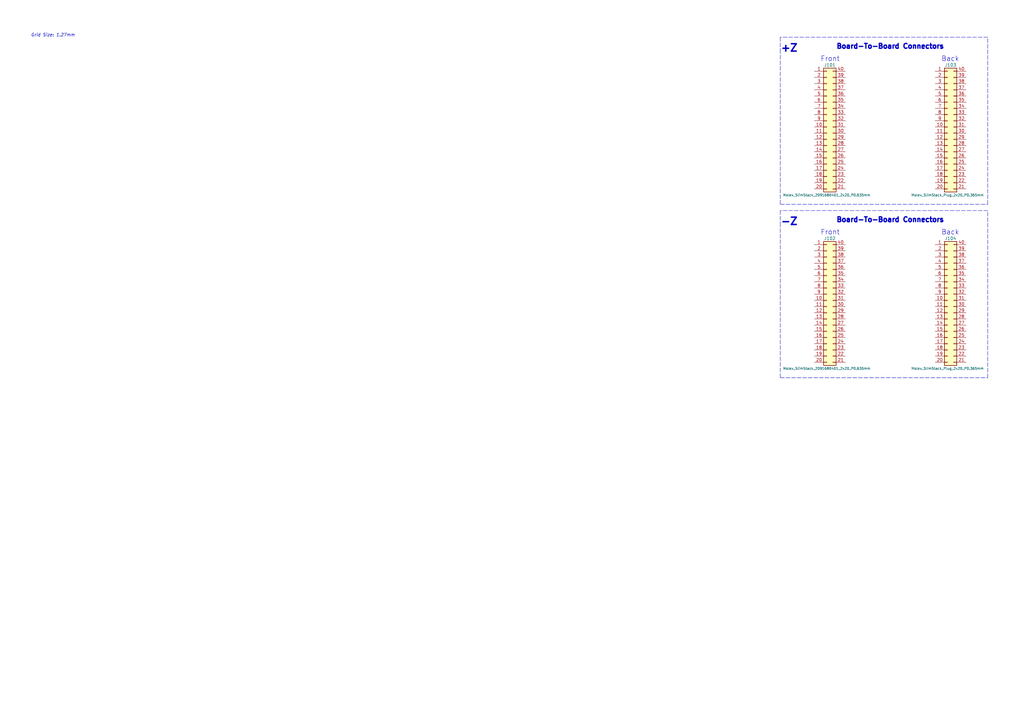
<source format=kicad_sch>
(kicad_sch (version 20211123) (generator eeschema)

  (uuid e63e39d7-6ac0-4ffd-8aa3-1841a4541b55)

  (paper "A3")

  (title_block
    (title "TARS MK4 Template")
    (rev "4.0")
    (company "Illinois Space Society")
    (comment 4 "Contributors: Peter Giannetos,")
  )

  (lib_symbols
    (symbol "Connector_Generic:Conn_02x20_Counter_Clockwise" (pin_names (offset 1.016) hide) (in_bom yes) (on_board yes)
      (property "Reference" "J" (id 0) (at 1.27 25.4 0)
        (effects (font (size 1.27 1.27)))
      )
      (property "Value" "Conn_02x20_Counter_Clockwise" (id 1) (at 1.27 -27.94 0)
        (effects (font (size 1.27 1.27)))
      )
      (property "Footprint" "" (id 2) (at 0 0 0)
        (effects (font (size 1.27 1.27)) hide)
      )
      (property "Datasheet" "~" (id 3) (at 0 0 0)
        (effects (font (size 1.27 1.27)) hide)
      )
      (property "ki_keywords" "connector" (id 4) (at 0 0 0)
        (effects (font (size 1.27 1.27)) hide)
      )
      (property "ki_description" "Generic connector, double row, 02x20, counter clockwise pin numbering scheme (similar to DIP packge numbering), script generated (kicad-library-utils/schlib/autogen/connector/)" (id 5) (at 0 0 0)
        (effects (font (size 1.27 1.27)) hide)
      )
      (property "ki_fp_filters" "Connector*:*_2x??_*" (id 6) (at 0 0 0)
        (effects (font (size 1.27 1.27)) hide)
      )
      (symbol "Conn_02x20_Counter_Clockwise_1_1"
        (rectangle (start -1.27 -25.273) (end 0 -25.527)
          (stroke (width 0.1524) (type default) (color 0 0 0 0))
          (fill (type none))
        )
        (rectangle (start -1.27 -22.733) (end 0 -22.987)
          (stroke (width 0.1524) (type default) (color 0 0 0 0))
          (fill (type none))
        )
        (rectangle (start -1.27 -20.193) (end 0 -20.447)
          (stroke (width 0.1524) (type default) (color 0 0 0 0))
          (fill (type none))
        )
        (rectangle (start -1.27 -17.653) (end 0 -17.907)
          (stroke (width 0.1524) (type default) (color 0 0 0 0))
          (fill (type none))
        )
        (rectangle (start -1.27 -15.113) (end 0 -15.367)
          (stroke (width 0.1524) (type default) (color 0 0 0 0))
          (fill (type none))
        )
        (rectangle (start -1.27 -12.573) (end 0 -12.827)
          (stroke (width 0.1524) (type default) (color 0 0 0 0))
          (fill (type none))
        )
        (rectangle (start -1.27 -10.033) (end 0 -10.287)
          (stroke (width 0.1524) (type default) (color 0 0 0 0))
          (fill (type none))
        )
        (rectangle (start -1.27 -7.493) (end 0 -7.747)
          (stroke (width 0.1524) (type default) (color 0 0 0 0))
          (fill (type none))
        )
        (rectangle (start -1.27 -4.953) (end 0 -5.207)
          (stroke (width 0.1524) (type default) (color 0 0 0 0))
          (fill (type none))
        )
        (rectangle (start -1.27 -2.413) (end 0 -2.667)
          (stroke (width 0.1524) (type default) (color 0 0 0 0))
          (fill (type none))
        )
        (rectangle (start -1.27 0.127) (end 0 -0.127)
          (stroke (width 0.1524) (type default) (color 0 0 0 0))
          (fill (type none))
        )
        (rectangle (start -1.27 2.667) (end 0 2.413)
          (stroke (width 0.1524) (type default) (color 0 0 0 0))
          (fill (type none))
        )
        (rectangle (start -1.27 5.207) (end 0 4.953)
          (stroke (width 0.1524) (type default) (color 0 0 0 0))
          (fill (type none))
        )
        (rectangle (start -1.27 7.747) (end 0 7.493)
          (stroke (width 0.1524) (type default) (color 0 0 0 0))
          (fill (type none))
        )
        (rectangle (start -1.27 10.287) (end 0 10.033)
          (stroke (width 0.1524) (type default) (color 0 0 0 0))
          (fill (type none))
        )
        (rectangle (start -1.27 12.827) (end 0 12.573)
          (stroke (width 0.1524) (type default) (color 0 0 0 0))
          (fill (type none))
        )
        (rectangle (start -1.27 15.367) (end 0 15.113)
          (stroke (width 0.1524) (type default) (color 0 0 0 0))
          (fill (type none))
        )
        (rectangle (start -1.27 17.907) (end 0 17.653)
          (stroke (width 0.1524) (type default) (color 0 0 0 0))
          (fill (type none))
        )
        (rectangle (start -1.27 20.447) (end 0 20.193)
          (stroke (width 0.1524) (type default) (color 0 0 0 0))
          (fill (type none))
        )
        (rectangle (start -1.27 22.987) (end 0 22.733)
          (stroke (width 0.1524) (type default) (color 0 0 0 0))
          (fill (type none))
        )
        (rectangle (start -1.27 24.13) (end 3.81 -26.67)
          (stroke (width 0.254) (type default) (color 0 0 0 0))
          (fill (type background))
        )
        (rectangle (start 3.81 -25.273) (end 2.54 -25.527)
          (stroke (width 0.1524) (type default) (color 0 0 0 0))
          (fill (type none))
        )
        (rectangle (start 3.81 -22.733) (end 2.54 -22.987)
          (stroke (width 0.1524) (type default) (color 0 0 0 0))
          (fill (type none))
        )
        (rectangle (start 3.81 -20.193) (end 2.54 -20.447)
          (stroke (width 0.1524) (type default) (color 0 0 0 0))
          (fill (type none))
        )
        (rectangle (start 3.81 -17.653) (end 2.54 -17.907)
          (stroke (width 0.1524) (type default) (color 0 0 0 0))
          (fill (type none))
        )
        (rectangle (start 3.81 -15.113) (end 2.54 -15.367)
          (stroke (width 0.1524) (type default) (color 0 0 0 0))
          (fill (type none))
        )
        (rectangle (start 3.81 -12.573) (end 2.54 -12.827)
          (stroke (width 0.1524) (type default) (color 0 0 0 0))
          (fill (type none))
        )
        (rectangle (start 3.81 -10.033) (end 2.54 -10.287)
          (stroke (width 0.1524) (type default) (color 0 0 0 0))
          (fill (type none))
        )
        (rectangle (start 3.81 -7.493) (end 2.54 -7.747)
          (stroke (width 0.1524) (type default) (color 0 0 0 0))
          (fill (type none))
        )
        (rectangle (start 3.81 -4.953) (end 2.54 -5.207)
          (stroke (width 0.1524) (type default) (color 0 0 0 0))
          (fill (type none))
        )
        (rectangle (start 3.81 -2.413) (end 2.54 -2.667)
          (stroke (width 0.1524) (type default) (color 0 0 0 0))
          (fill (type none))
        )
        (rectangle (start 3.81 0.127) (end 2.54 -0.127)
          (stroke (width 0.1524) (type default) (color 0 0 0 0))
          (fill (type none))
        )
        (rectangle (start 3.81 2.667) (end 2.54 2.413)
          (stroke (width 0.1524) (type default) (color 0 0 0 0))
          (fill (type none))
        )
        (rectangle (start 3.81 5.207) (end 2.54 4.953)
          (stroke (width 0.1524) (type default) (color 0 0 0 0))
          (fill (type none))
        )
        (rectangle (start 3.81 7.747) (end 2.54 7.493)
          (stroke (width 0.1524) (type default) (color 0 0 0 0))
          (fill (type none))
        )
        (rectangle (start 3.81 10.287) (end 2.54 10.033)
          (stroke (width 0.1524) (type default) (color 0 0 0 0))
          (fill (type none))
        )
        (rectangle (start 3.81 12.827) (end 2.54 12.573)
          (stroke (width 0.1524) (type default) (color 0 0 0 0))
          (fill (type none))
        )
        (rectangle (start 3.81 15.367) (end 2.54 15.113)
          (stroke (width 0.1524) (type default) (color 0 0 0 0))
          (fill (type none))
        )
        (rectangle (start 3.81 17.907) (end 2.54 17.653)
          (stroke (width 0.1524) (type default) (color 0 0 0 0))
          (fill (type none))
        )
        (rectangle (start 3.81 20.447) (end 2.54 20.193)
          (stroke (width 0.1524) (type default) (color 0 0 0 0))
          (fill (type none))
        )
        (rectangle (start 3.81 22.987) (end 2.54 22.733)
          (stroke (width 0.1524) (type default) (color 0 0 0 0))
          (fill (type none))
        )
        (pin passive line (at -5.08 22.86 0) (length 3.81)
          (name "Pin_1" (effects (font (size 1.27 1.27))))
          (number "1" (effects (font (size 1.27 1.27))))
        )
        (pin passive line (at -5.08 0 0) (length 3.81)
          (name "Pin_10" (effects (font (size 1.27 1.27))))
          (number "10" (effects (font (size 1.27 1.27))))
        )
        (pin passive line (at -5.08 -2.54 0) (length 3.81)
          (name "Pin_11" (effects (font (size 1.27 1.27))))
          (number "11" (effects (font (size 1.27 1.27))))
        )
        (pin passive line (at -5.08 -5.08 0) (length 3.81)
          (name "Pin_12" (effects (font (size 1.27 1.27))))
          (number "12" (effects (font (size 1.27 1.27))))
        )
        (pin passive line (at -5.08 -7.62 0) (length 3.81)
          (name "Pin_13" (effects (font (size 1.27 1.27))))
          (number "13" (effects (font (size 1.27 1.27))))
        )
        (pin passive line (at -5.08 -10.16 0) (length 3.81)
          (name "Pin_14" (effects (font (size 1.27 1.27))))
          (number "14" (effects (font (size 1.27 1.27))))
        )
        (pin passive line (at -5.08 -12.7 0) (length 3.81)
          (name "Pin_15" (effects (font (size 1.27 1.27))))
          (number "15" (effects (font (size 1.27 1.27))))
        )
        (pin passive line (at -5.08 -15.24 0) (length 3.81)
          (name "Pin_16" (effects (font (size 1.27 1.27))))
          (number "16" (effects (font (size 1.27 1.27))))
        )
        (pin passive line (at -5.08 -17.78 0) (length 3.81)
          (name "Pin_17" (effects (font (size 1.27 1.27))))
          (number "17" (effects (font (size 1.27 1.27))))
        )
        (pin passive line (at -5.08 -20.32 0) (length 3.81)
          (name "Pin_18" (effects (font (size 1.27 1.27))))
          (number "18" (effects (font (size 1.27 1.27))))
        )
        (pin passive line (at -5.08 -22.86 0) (length 3.81)
          (name "Pin_19" (effects (font (size 1.27 1.27))))
          (number "19" (effects (font (size 1.27 1.27))))
        )
        (pin passive line (at -5.08 20.32 0) (length 3.81)
          (name "Pin_2" (effects (font (size 1.27 1.27))))
          (number "2" (effects (font (size 1.27 1.27))))
        )
        (pin passive line (at -5.08 -25.4 0) (length 3.81)
          (name "Pin_20" (effects (font (size 1.27 1.27))))
          (number "20" (effects (font (size 1.27 1.27))))
        )
        (pin passive line (at 7.62 -25.4 180) (length 3.81)
          (name "Pin_21" (effects (font (size 1.27 1.27))))
          (number "21" (effects (font (size 1.27 1.27))))
        )
        (pin passive line (at 7.62 -22.86 180) (length 3.81)
          (name "Pin_22" (effects (font (size 1.27 1.27))))
          (number "22" (effects (font (size 1.27 1.27))))
        )
        (pin passive line (at 7.62 -20.32 180) (length 3.81)
          (name "Pin_23" (effects (font (size 1.27 1.27))))
          (number "23" (effects (font (size 1.27 1.27))))
        )
        (pin passive line (at 7.62 -17.78 180) (length 3.81)
          (name "Pin_24" (effects (font (size 1.27 1.27))))
          (number "24" (effects (font (size 1.27 1.27))))
        )
        (pin passive line (at 7.62 -15.24 180) (length 3.81)
          (name "Pin_25" (effects (font (size 1.27 1.27))))
          (number "25" (effects (font (size 1.27 1.27))))
        )
        (pin passive line (at 7.62 -12.7 180) (length 3.81)
          (name "Pin_26" (effects (font (size 1.27 1.27))))
          (number "26" (effects (font (size 1.27 1.27))))
        )
        (pin passive line (at 7.62 -10.16 180) (length 3.81)
          (name "Pin_27" (effects (font (size 1.27 1.27))))
          (number "27" (effects (font (size 1.27 1.27))))
        )
        (pin passive line (at 7.62 -7.62 180) (length 3.81)
          (name "Pin_28" (effects (font (size 1.27 1.27))))
          (number "28" (effects (font (size 1.27 1.27))))
        )
        (pin passive line (at 7.62 -5.08 180) (length 3.81)
          (name "Pin_29" (effects (font (size 1.27 1.27))))
          (number "29" (effects (font (size 1.27 1.27))))
        )
        (pin passive line (at -5.08 17.78 0) (length 3.81)
          (name "Pin_3" (effects (font (size 1.27 1.27))))
          (number "3" (effects (font (size 1.27 1.27))))
        )
        (pin passive line (at 7.62 -2.54 180) (length 3.81)
          (name "Pin_30" (effects (font (size 1.27 1.27))))
          (number "30" (effects (font (size 1.27 1.27))))
        )
        (pin passive line (at 7.62 0 180) (length 3.81)
          (name "Pin_31" (effects (font (size 1.27 1.27))))
          (number "31" (effects (font (size 1.27 1.27))))
        )
        (pin passive line (at 7.62 2.54 180) (length 3.81)
          (name "Pin_32" (effects (font (size 1.27 1.27))))
          (number "32" (effects (font (size 1.27 1.27))))
        )
        (pin passive line (at 7.62 5.08 180) (length 3.81)
          (name "Pin_33" (effects (font (size 1.27 1.27))))
          (number "33" (effects (font (size 1.27 1.27))))
        )
        (pin passive line (at 7.62 7.62 180) (length 3.81)
          (name "Pin_34" (effects (font (size 1.27 1.27))))
          (number "34" (effects (font (size 1.27 1.27))))
        )
        (pin passive line (at 7.62 10.16 180) (length 3.81)
          (name "Pin_35" (effects (font (size 1.27 1.27))))
          (number "35" (effects (font (size 1.27 1.27))))
        )
        (pin passive line (at 7.62 12.7 180) (length 3.81)
          (name "Pin_36" (effects (font (size 1.27 1.27))))
          (number "36" (effects (font (size 1.27 1.27))))
        )
        (pin passive line (at 7.62 15.24 180) (length 3.81)
          (name "Pin_37" (effects (font (size 1.27 1.27))))
          (number "37" (effects (font (size 1.27 1.27))))
        )
        (pin passive line (at 7.62 17.78 180) (length 3.81)
          (name "Pin_38" (effects (font (size 1.27 1.27))))
          (number "38" (effects (font (size 1.27 1.27))))
        )
        (pin passive line (at 7.62 20.32 180) (length 3.81)
          (name "Pin_39" (effects (font (size 1.27 1.27))))
          (number "39" (effects (font (size 1.27 1.27))))
        )
        (pin passive line (at -5.08 15.24 0) (length 3.81)
          (name "Pin_4" (effects (font (size 1.27 1.27))))
          (number "4" (effects (font (size 1.27 1.27))))
        )
        (pin passive line (at 7.62 22.86 180) (length 3.81)
          (name "Pin_40" (effects (font (size 1.27 1.27))))
          (number "40" (effects (font (size 1.27 1.27))))
        )
        (pin passive line (at -5.08 12.7 0) (length 3.81)
          (name "Pin_5" (effects (font (size 1.27 1.27))))
          (number "5" (effects (font (size 1.27 1.27))))
        )
        (pin passive line (at -5.08 10.16 0) (length 3.81)
          (name "Pin_6" (effects (font (size 1.27 1.27))))
          (number "6" (effects (font (size 1.27 1.27))))
        )
        (pin passive line (at -5.08 7.62 0) (length 3.81)
          (name "Pin_7" (effects (font (size 1.27 1.27))))
          (number "7" (effects (font (size 1.27 1.27))))
        )
        (pin passive line (at -5.08 5.08 0) (length 3.81)
          (name "Pin_8" (effects (font (size 1.27 1.27))))
          (number "8" (effects (font (size 1.27 1.27))))
        )
        (pin passive line (at -5.08 2.54 0) (length 3.81)
          (name "Pin_9" (effects (font (size 1.27 1.27))))
          (number "9" (effects (font (size 1.27 1.27))))
        )
      )
    )
  )


  (polyline (pts (xy 320.04 15.24) (xy 320.04 20.32))
    (stroke (width 0) (type default) (color 0 0 0 0))
    (uuid 0cfed060-6482-47b4-a315-aaf726fdac3d)
  )
  (polyline (pts (xy 405.13 154.94) (xy 405.13 86.36))
    (stroke (width 0) (type default) (color 0 0 0 0))
    (uuid 12e38bdd-7d5e-489e-a3c0-12fc6b2f1ebc)
  )
  (polyline (pts (xy 320.04 91.44) (xy 320.04 154.94))
    (stroke (width 0) (type default) (color 0 0 0 0))
    (uuid 2f874887-6599-4ab7-bc7c-c657b6a9e6de)
  )
  (polyline (pts (xy 320.04 86.36) (xy 320.04 91.44))
    (stroke (width 0) (type default) (color 0 0 0 0))
    (uuid 3635a4c0-d3f1-4ca0-b698-088efcde361c)
  )
  (polyline (pts (xy 405.13 15.24) (xy 320.04 15.24))
    (stroke (width 0) (type default) (color 0 0 0 0))
    (uuid 36d53da4-8f13-4e6f-aa47-826a1379fabd)
  )
  (polyline (pts (xy 405.13 83.82) (xy 405.13 15.24))
    (stroke (width 0) (type default) (color 0 0 0 0))
    (uuid 3adf8767-f851-4ce1-8d6b-62df24a82ddc)
  )
  (polyline (pts (xy 405.13 86.36) (xy 320.04 86.36))
    (stroke (width 0) (type default) (color 0 0 0 0))
    (uuid 40420bb3-6cba-44a8-a995-35afb14ffa0e)
  )
  (polyline (pts (xy 320.04 154.94) (xy 405.13 154.94))
    (stroke (width 0) (type default) (color 0 0 0 0))
    (uuid 83b1c8f0-619b-41c1-ba2f-73829597639b)
  )
  (polyline (pts (xy 320.04 20.32) (xy 320.04 83.82))
    (stroke (width 0) (type default) (color 0 0 0 0))
    (uuid b6b3ea5b-8ea4-4d67-bfe5-4bd06b2f0d8a)
  )
  (polyline (pts (xy 320.04 83.82) (xy 405.13 83.82))
    (stroke (width 0) (type default) (color 0 0 0 0))
    (uuid df814ca7-150b-44a9-9baa-9bedbc5bad4a)
  )

  (text "Back" (at 386.08 25.4 0)
    (effects (font (size 2 2)) (justify left bottom))
    (uuid 18902c9b-43e9-4d19-8c23-7b40f85e6ffc)
  )
  (text "Front" (at 336.55 96.52 0)
    (effects (font (size 2 2)) (justify left bottom))
    (uuid 1b98e218-20e6-4251-8265-4f18a4767a6d)
  )
  (text "Front" (at 336.55 25.4 0)
    (effects (font (size 2 2)) (justify left bottom))
    (uuid 2a4fa60b-242a-46cd-b993-50231641045d)
  )
  (text "Grid Size: 1.27mm" (at 12.7 15.24 0)
    (effects (font (size 1.27 1.27) italic) (justify left bottom))
    (uuid 3a1583a8-cffb-49fa-8aec-62ab6db1d891)
  )
  (text "Board-To-Board Connectors" (at 342.9 91.44 0)
    (effects (font (size 2 2) (thickness 0.6) bold) (justify left bottom))
    (uuid 6ec62536-992f-430b-a686-fa2c1c1d0df3)
  )
  (text "+Z" (at 320.04 21.59 0)
    (effects (font (size 3 3) (thickness 0.6) bold) (justify left bottom))
    (uuid 993ce686-65a6-48b6-9e5b-49ebe15725a9)
  )
  (text "-Z" (at 320.04 92.71 0)
    (effects (font (size 3 3) (thickness 0.6) bold) (justify left bottom))
    (uuid a30daae7-7afe-407f-918f-dce9549a9f7b)
  )
  (text "Board-To-Board Connectors" (at 342.9 20.32 0)
    (effects (font (size 2 2) (thickness 0.6) bold) (justify left bottom))
    (uuid b4147960-c3a6-40dd-b277-c34cf2eaaf8f)
  )
  (text "Back" (at 386.08 96.52 0)
    (effects (font (size 2 2)) (justify left bottom))
    (uuid c3d6ad9f-cc9e-4d49-85a8-350963bfb7fc)
  )

  (symbol (lib_id "Connector_Generic:Conn_02x20_Counter_Clockwise") (at 339.09 123.19 0) (unit 1)
    (in_bom yes) (on_board yes)
    (uuid 1ee6f78d-1766-436a-b090-8cb43dd1098b)
    (property "Reference" "J102" (id 0) (at 340.36 97.79 0))
    (property "Value" "Molex_SlimStack_2091680401_2x20_P0.635mm" (id 1) (at 339.09 151.13 0)
      (effects (font (size 1 1)))
    )
    (property "Footprint" "" (id 2) (at 339.09 123.19 0)
      (effects (font (size 1.27 1.27)) hide)
    )
    (property "Datasheet" "https://www.molex.com/webdocs/datasheets/pdf/en-us/2091680401_PCB_RECEPTACLES.pdf" (id 3) (at 339.09 123.19 0)
      (effects (font (size 1.27 1.27)) hide)
    )
    (pin "1" (uuid 12343bf6-3385-4247-857b-34e30066838f))
    (pin "10" (uuid b03f7d1d-3465-4ae3-8445-8ca1fa6d3d0a))
    (pin "11" (uuid 89f3d55b-b758-4299-91bd-46ca9e915517))
    (pin "12" (uuid c13d6ef2-b2e0-4569-b31c-542a97470879))
    (pin "13" (uuid bd5adf77-acaf-4f80-9c97-26a3f93d6925))
    (pin "14" (uuid cda51170-7a58-4a3b-8284-3e801374e939))
    (pin "15" (uuid fbe51953-a661-4253-b343-75c549a50817))
    (pin "16" (uuid 5c2d9a86-40d0-43a7-a065-b3cb4bcc80af))
    (pin "17" (uuid 01ce9358-bdd0-4985-a1b7-cb326324b8ab))
    (pin "18" (uuid b7144845-35f4-4df3-9b5d-7eedba979479))
    (pin "19" (uuid 6d6df775-4ba6-4706-8cd0-91175809d0ac))
    (pin "2" (uuid 49270af2-9c6a-419a-bfc2-354037c212f1))
    (pin "20" (uuid cf088c5b-c9b5-4120-8586-da1a505d2d83))
    (pin "21" (uuid 737694a1-e1da-4724-8b51-cfe0192d5d62))
    (pin "22" (uuid e2fcb281-1f72-4147-8b6c-5bc1bb1e1571))
    (pin "23" (uuid bf978e09-ef4e-4d68-9a2b-c889ea6f8823))
    (pin "24" (uuid 9a091300-31a5-4b48-a0c3-128b19009cc5))
    (pin "25" (uuid d3aa1dc2-d434-4487-aec2-1b3405b8b2fe))
    (pin "26" (uuid c71d3b00-0fab-48a6-85ad-c8c248d83b51))
    (pin "27" (uuid e5dc9d49-6cfd-4ef5-8232-f3f71cc3991f))
    (pin "28" (uuid bff1e8d7-556b-43e8-a4e1-923281a6eea9))
    (pin "29" (uuid 506ba1a3-46f1-4b73-b635-0f6bf95c05a4))
    (pin "3" (uuid ae412cd8-702a-467d-8520-2f5852131bfc))
    (pin "30" (uuid ecc92cf1-7378-4825-83fe-39d03036a3db))
    (pin "31" (uuid 3b723a0e-f53e-4f97-bff0-7f2e34770951))
    (pin "32" (uuid 618b36bb-01f2-4181-84ee-e61b1c5c0840))
    (pin "33" (uuid 89a5922c-64d7-4d92-a10e-e269ed911de5))
    (pin "34" (uuid 38da70ef-24e2-4907-8cff-cb43c20d7fb2))
    (pin "35" (uuid 023a1c9d-1687-45a4-b119-27e8d9829466))
    (pin "36" (uuid ff25bd7d-ec7a-48a7-a521-dbe6a536cbbc))
    (pin "37" (uuid 328540cd-3776-4e05-8103-eba84427bac2))
    (pin "38" (uuid 8ae53c0d-ea57-4e23-9f74-60e33777f83b))
    (pin "39" (uuid 7ef0c35c-e001-4051-83c6-be979ab01e85))
    (pin "4" (uuid 04d50338-3d52-46eb-bc13-d6c5d7e31e0b))
    (pin "40" (uuid e4746833-b3a8-442f-857a-4f20693ef1cb))
    (pin "5" (uuid 1424abf2-72e0-482a-ae62-44f65b65caf0))
    (pin "6" (uuid 56769dab-e0c3-489d-90e2-8eda0631d368))
    (pin "7" (uuid e6d8688c-9585-416e-8f53-d3b2fdab4801))
    (pin "8" (uuid de2d5e71-eae6-4854-850e-3a153412982d))
    (pin "9" (uuid d13bede2-4f26-4458-b222-e6d77a18caab))
  )

  (symbol (lib_id "Connector_Generic:Conn_02x20_Counter_Clockwise") (at 339.09 52.07 0) (unit 1)
    (in_bom yes) (on_board yes)
    (uuid 2d8f35c5-be04-49d8-8e1b-6c5933cbad8c)
    (property "Reference" "J101" (id 0) (at 340.36 26.67 0))
    (property "Value" "Molex_SlimStack_2091680401_2x20_P0.635mm" (id 1) (at 339.09 80.01 0)
      (effects (font (size 1 1)))
    )
    (property "Footprint" "" (id 2) (at 339.09 52.07 0)
      (effects (font (size 1.27 1.27)) hide)
    )
    (property "Datasheet" "https://www.molex.com/webdocs/datasheets/pdf/en-us/2091680401_PCB_RECEPTACLES.pdf" (id 3) (at 339.09 52.07 0)
      (effects (font (size 1.27 1.27)) hide)
    )
    (pin "1" (uuid c9a721c3-f86a-45f6-bd08-9fa6e45b99ca))
    (pin "10" (uuid 94b97429-e400-49de-ad52-29f44c409967))
    (pin "11" (uuid 09776e58-f137-4452-b7d9-78f884e2f992))
    (pin "12" (uuid 7ab5f90e-5a66-4f43-a331-852a4e9d14bf))
    (pin "13" (uuid bc1b5f06-c97e-4491-a282-79afa875afbe))
    (pin "14" (uuid 57e5a784-f76d-4139-9381-01cf4838c415))
    (pin "15" (uuid a6573efc-1d25-4c85-843e-5ec6f7cfe1b5))
    (pin "16" (uuid 105df3ba-fd28-4032-8bc9-be0b7b4a13b2))
    (pin "17" (uuid db103cf7-439f-4b81-8d9b-9197e72fc5c5))
    (pin "18" (uuid d821a4f9-c362-4a56-93a0-45312ac35c4f))
    (pin "19" (uuid 2a1c0dee-ce1d-42e8-94fc-9189eea20d55))
    (pin "2" (uuid 75260ee5-2e06-4722-a885-33c36b072408))
    (pin "20" (uuid 9abad919-5566-43ff-9dd4-74664e3d5dee))
    (pin "21" (uuid 4bc9c615-8575-4120-90cb-2e2292c5ddff))
    (pin "22" (uuid a8a5b50c-3f90-483c-af8f-9091f4601a55))
    (pin "23" (uuid b1392027-f157-440a-aff0-ef0d5949b30a))
    (pin "24" (uuid 9a9c8566-e969-452e-8667-b078cf6ce077))
    (pin "25" (uuid 029c4634-eb00-48b3-8111-d72eb20c09d8))
    (pin "26" (uuid e31500c6-2aec-4c71-86fb-509b47280f17))
    (pin "27" (uuid 1eb033e9-bf05-4256-8066-3c9cdb3e5c1c))
    (pin "28" (uuid c7693a6d-df3e-4a12-aea7-30613053ba0f))
    (pin "29" (uuid 3929b8f1-f50d-408a-bea0-53ffd46b0c29))
    (pin "3" (uuid e267c532-9ee2-484f-8167-bdfdae44cb51))
    (pin "30" (uuid aa3bcff2-a675-4608-9602-36447ec768b1))
    (pin "31" (uuid 6138e41a-b10c-4447-b39e-3d6438c8fd15))
    (pin "32" (uuid 50de83ab-10d8-4f85-86a0-a06133fd1531))
    (pin "33" (uuid 327696c2-8d20-4430-a247-a26f17e27580))
    (pin "34" (uuid 5e6b5c93-7c10-4691-b465-5450c1797630))
    (pin "35" (uuid 27f71b89-6357-44d0-9ae9-c2d21b4fcb92))
    (pin "36" (uuid d383a721-6be3-45c7-a5c1-66a8f2820d2e))
    (pin "37" (uuid 2e9617c2-fd59-4ca8-8c5d-cb86a32e3ed9))
    (pin "38" (uuid b4db532f-e26f-4bbd-b76e-640ddef42cbc))
    (pin "39" (uuid 4ed6796c-0a51-487a-be55-7848b5415f35))
    (pin "4" (uuid 4996c54c-a0ce-46a1-8580-1973c02feb97))
    (pin "40" (uuid 96531b4a-be95-47bf-9962-72b24cf93ea4))
    (pin "5" (uuid 6d9d14f5-3962-4b82-b937-51b9bc44b170))
    (pin "6" (uuid 880c8321-773b-4812-ac91-2979272cac8e))
    (pin "7" (uuid c5014e95-d6e5-49f9-ad41-238bd2a7958a))
    (pin "8" (uuid 516ae712-3fea-47fa-b870-db97f3262fa9))
    (pin "9" (uuid ca9da192-0188-4c54-9e10-c6c011fb93da))
  )

  (symbol (lib_id "Connector_Generic:Conn_02x20_Counter_Clockwise") (at 388.62 52.07 0) (unit 1)
    (in_bom yes) (on_board yes)
    (uuid 57f246b7-6f54-485e-9656-895a9b5780b0)
    (property "Reference" "J103" (id 0) (at 389.89 26.67 0))
    (property "Value" "Molex_SlimStack_Plug_2x20_P0.365mm" (id 1) (at 388.62 80.01 0)
      (effects (font (size 1 1)))
    )
    (property "Footprint" "" (id 2) (at 388.62 52.07 0)
      (effects (font (size 1.27 1.27)) hide)
    )
    (property "Datasheet" "https://www.molex.com/webdocs/datasheets/pdf/en-us/0536270474_PCB_HEADERS.pdf" (id 3) (at 388.62 52.07 0)
      (effects (font (size 1.27 1.27)) hide)
    )
    (pin "1" (uuid 17630472-d25a-4dd5-80e1-b8d1cb58fea6))
    (pin "10" (uuid 5a545b35-7bdf-47e6-a456-430566d693dd))
    (pin "11" (uuid 17eaf7ab-a300-442a-8ee0-2bd59c9511fb))
    (pin "12" (uuid 5156448e-0bf9-4ae8-a942-496877ab9e3f))
    (pin "13" (uuid 2eddbc7c-92bb-4b5a-b2b9-3ee1da0c92f7))
    (pin "14" (uuid e21c3568-b1a1-45b7-8ff2-d3a87b7d6b6c))
    (pin "15" (uuid ecc7d787-469f-4cb5-a9fd-3e221deab42b))
    (pin "16" (uuid 540cab02-374c-4707-aa29-8c6842806de4))
    (pin "17" (uuid b413a2e9-a280-422b-8e6e-7304a8d8ad3b))
    (pin "18" (uuid e44f6672-d08d-4072-9ece-ae2657f35465))
    (pin "19" (uuid 5197ce6c-bed1-40a0-8915-a6417c2848cb))
    (pin "2" (uuid d802a285-ad69-40d1-a642-aa1d31fbc3e3))
    (pin "20" (uuid 8f391acc-9832-4d65-80b1-6b0c7082d3c8))
    (pin "21" (uuid 0c751d67-0ea2-4ca6-8329-bf5665f5cfe3))
    (pin "22" (uuid c06c33ac-ba55-4c39-8c2d-384ab49db47d))
    (pin "23" (uuid ef9d7fdc-4827-406f-959b-0e009ee945e3))
    (pin "24" (uuid adb36798-0fe9-413e-b035-edd5622ed7a9))
    (pin "25" (uuid 1ccd07af-d13a-4630-ad8f-5244ecaae5d5))
    (pin "26" (uuid 06aa2d9f-6e00-4283-a7d4-f1ab9c5f501e))
    (pin "27" (uuid d3c1261b-6036-41d7-b48a-f70da20b76d9))
    (pin "28" (uuid ef1e1887-37da-477d-a6c7-978cf931aa6f))
    (pin "29" (uuid de4f692d-4dfc-4a17-8571-883add49e290))
    (pin "3" (uuid 7276283b-48eb-4726-b2a9-3ed31fe9a40f))
    (pin "30" (uuid d87a587f-7982-4cd1-92aa-3a037f67eb49))
    (pin "31" (uuid 311bd2d3-5803-412d-ac98-e52fb8d3e649))
    (pin "32" (uuid 540f9d42-2bbf-46be-8128-483982dc1239))
    (pin "33" (uuid 6b44eaf5-7d68-416b-b879-730d722316db))
    (pin "34" (uuid 3e670fa4-4e6c-44b6-8bdb-ef4ae836a4bf))
    (pin "35" (uuid 3dd44522-a362-4b0f-9280-247fd7a89b56))
    (pin "36" (uuid bbc555ce-6892-4c40-aae0-7245a53b849b))
    (pin "37" (uuid 678f71c1-9ba3-40b0-9242-1c951fe1faf7))
    (pin "38" (uuid 55bc1b74-6b12-4e4a-91ad-d4fcbb186030))
    (pin "39" (uuid 4953395c-a43a-4459-8e1e-5bded79fd184))
    (pin "4" (uuid b23886b8-69bf-49a2-a467-09d7b88b4609))
    (pin "40" (uuid 0ba5d63e-a4f4-4b2a-9580-1a71f145859d))
    (pin "5" (uuid d637133d-bcc9-4032-95a4-c3057fd2c213))
    (pin "6" (uuid 0b231083-3b0b-48cf-bfb5-e637c1c99031))
    (pin "7" (uuid 5699843c-d024-4a9e-a7fe-771c21709a88))
    (pin "8" (uuid fa21fa18-f3b2-4f59-bbad-8b14e36895b2))
    (pin "9" (uuid 56b46b5a-9894-4c19-ad65-3e7577def647))
  )

  (symbol (lib_id "Connector_Generic:Conn_02x20_Counter_Clockwise") (at 388.62 123.19 0) (unit 1)
    (in_bom yes) (on_board yes)
    (uuid f226c1a7-9796-4721-8a12-4390f2a0f509)
    (property "Reference" "J104" (id 0) (at 389.89 97.79 0))
    (property "Value" "Molex_SlimStack_Plug_2x20_P0.365mm" (id 1) (at 388.62 151.13 0)
      (effects (font (size 1 1)))
    )
    (property "Footprint" "" (id 2) (at 388.62 123.19 0)
      (effects (font (size 1.27 1.27)) hide)
    )
    (property "Datasheet" "https://www.molex.com/webdocs/datasheets/pdf/en-us/0536270474_PCB_HEADERS.pdf" (id 3) (at 388.62 123.19 0)
      (effects (font (size 1.27 1.27)) hide)
    )
    (pin "1" (uuid 12184837-053a-4708-a189-2d5458488529))
    (pin "10" (uuid 996987c7-666e-418e-affa-67f13ea7912c))
    (pin "11" (uuid 0de2920a-b93a-4338-bc95-dfbb6050b146))
    (pin "12" (uuid 76182c55-82b9-4fd7-82f6-23443c2354da))
    (pin "13" (uuid a5c26189-5b3e-4bd1-917a-e86c9c149004))
    (pin "14" (uuid 116cf1fb-9df7-4b4d-bd6b-e1facd782eb3))
    (pin "15" (uuid 7001d1fd-7606-4b1c-9e99-bfc607509c77))
    (pin "16" (uuid f5ac4550-60f4-46ba-b507-1a212955a914))
    (pin "17" (uuid 6f5540bf-d1ff-43f0-9629-29afb3f5347e))
    (pin "18" (uuid 2a67ceca-a0c2-4786-a26a-df4609f4cef7))
    (pin "19" (uuid 9dda5cf2-1748-4fa6-ac65-d413958bfe6d))
    (pin "2" (uuid ae39d760-2602-4720-8cbf-78adb725aa71))
    (pin "20" (uuid 58bf6f77-38b3-4eb3-a218-f36f8a93cd48))
    (pin "21" (uuid cd21a43a-b544-4777-ade3-6bcc00ea2cd2))
    (pin "22" (uuid 3faa82f9-2e4b-48b4-a093-ab492c521231))
    (pin "23" (uuid ef8758ef-ce27-430f-866b-2bf0f7a60608))
    (pin "24" (uuid 9087bb8e-8b35-4351-8cb0-d157e63f6037))
    (pin "25" (uuid 1e808328-9f34-4952-9f2b-33ef83a0db89))
    (pin "26" (uuid c6f68e7a-6c0e-4e5c-a066-1a168b540926))
    (pin "27" (uuid 778ceb93-c219-4ce6-b9e7-a5723aecdf2a))
    (pin "28" (uuid 571f18db-de05-49e6-b286-d8074e053426))
    (pin "29" (uuid a258cf44-6a65-441a-bf1f-307be87a4c25))
    (pin "3" (uuid 0d457eed-3c0c-45be-8065-3a6403e1e8da))
    (pin "30" (uuid cc7ace05-40d3-43cc-9036-9118b5aa01d5))
    (pin "31" (uuid 583fc56f-29dc-4980-b5a0-f689942d767c))
    (pin "32" (uuid 262b80d4-8b9d-42b6-8d8c-52c6107f00d1))
    (pin "33" (uuid 28f65c68-8950-4b27-88e0-b8600fce68fd))
    (pin "34" (uuid 7f187460-0c37-48ee-bda6-0919aedf2764))
    (pin "35" (uuid d870b7b6-74e0-4ead-a366-e4cc6ff46da3))
    (pin "36" (uuid 2064d461-4a0e-45da-9f19-8c0a3ccfd138))
    (pin "37" (uuid 4c1c82de-cb8f-47d5-863d-36c106aac0be))
    (pin "38" (uuid d9dd33cf-2500-4afe-8c78-32d673ffd14e))
    (pin "39" (uuid 2adfff8e-afad-4dff-9b8f-f58c2a50de08))
    (pin "4" (uuid 6574d2c1-53a1-4ede-a66f-36e8524cbc82))
    (pin "40" (uuid a8fdb774-8b59-4e02-8c06-ea40bf2219e0))
    (pin "5" (uuid 52ac34df-090a-4a78-8404-524055309d8a))
    (pin "6" (uuid 5d5347b5-0e5b-47b3-a3e3-d6f5725bead7))
    (pin "7" (uuid 9ff561e4-65e2-41ac-a215-6a3669456df0))
    (pin "8" (uuid cfdba1e5-1b3c-4348-84de-4296e7d8a04f))
    (pin "9" (uuid 9238407b-6dea-4037-8963-f08585576c76))
  )

  (sheet_instances
    (path "/" (page "1"))
  )

  (symbol_instances
    (path "/2d8f35c5-be04-49d8-8e1b-6c5933cbad8c"
      (reference "J101") (unit 1) (value "Molex_SlimStack_2091680401_2x20_P0.635mm") (footprint "")
    )
    (path "/1ee6f78d-1766-436a-b090-8cb43dd1098b"
      (reference "J102") (unit 1) (value "Molex_SlimStack_2091680401_2x20_P0.635mm") (footprint "")
    )
    (path "/57f246b7-6f54-485e-9656-895a9b5780b0"
      (reference "J103") (unit 1) (value "Molex_SlimStack_Plug_2x20_P0.365mm") (footprint "")
    )
    (path "/f226c1a7-9796-4721-8a12-4390f2a0f509"
      (reference "J104") (unit 1) (value "Molex_SlimStack_Plug_2x20_P0.365mm") (footprint "")
    )
  )
)

</source>
